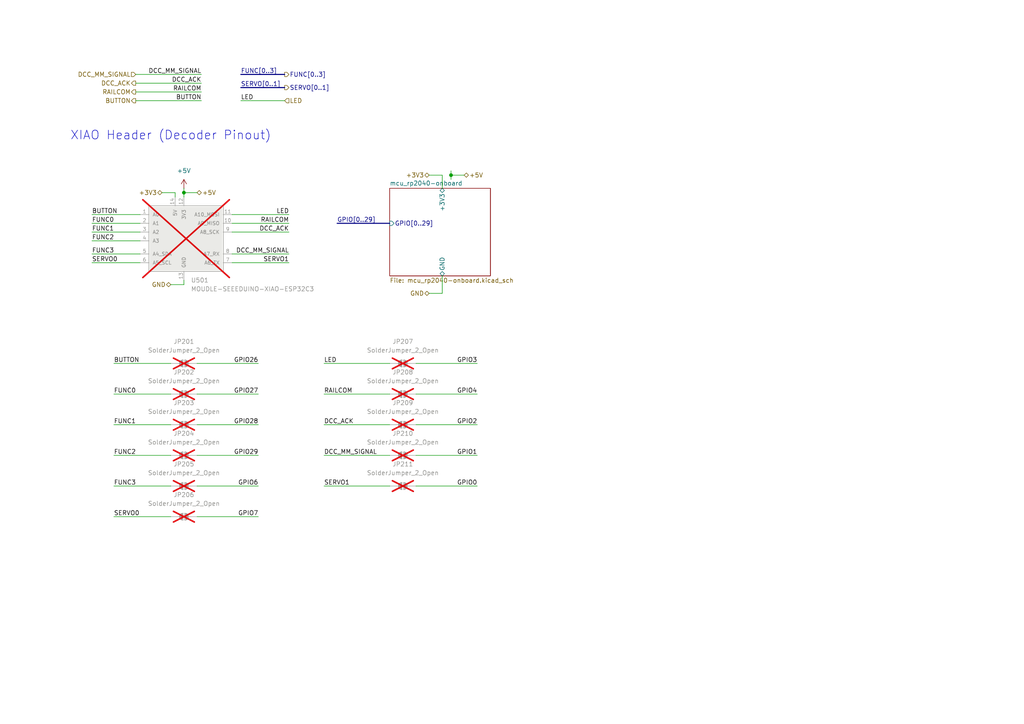
<source format=kicad_sch>
(kicad_sch (version 20231120) (generator "eeschema") (generator_version "8.0")
  (paper "A4")
  (title_block (title "xDuinoRail - LocDecoder - Development Kit") (date "2024-10-09") (rev "v0.2") (company "Chatelain Engineering, Bern - CH"))
  (lib_symbols
    (symbol "Jumper:SolderJumper_2_Open" (pin_numbers hide) (pin_names (offset 0) hide) (exclude_from_sim yes) (in_bom no)
      (property "Reference" "JP" (at 0 2.032 0))
      (property "Value" "SolderJumper_2_Open" (at 0 -2.54 0))
      (symbol "SolderJumper_2_Open_0_1"
        (arc (start -0.254 1.016) (mid -1.2656 0) (end -0.254 -1.016))
        (arc (start -0.254 1.016) (mid -1.2656 0) (end -0.254 -1.016) (fill (type outline)))
        (polyline (pts (xy -0.254 1.016) (xy -0.254 -1.016)))
        (polyline (pts (xy 0.254 1.016) (xy 0.254 -1.016)))
        (arc (start 0.254 -1.016) (mid 1.2656 0) (end 0.254 1.016))
        (arc (start 0.254 -1.016) (mid 1.2656 0) (end 0.254 1.016) (fill (type outline)))
      )
      (symbol "SolderJumper_2_Open_1_1"
        (pin passive line (at -3.81 0 0) (length 2.54) (name "A") (number "1"))
        (pin passive line (at 3.81 0 180) (length 2.54) (name "B") (number "2"))
      )
    )
    (symbol "MOUDLE-SEEEDUINO-XIAO-ESP32C3:MOUDLE-SEEEDUINO-XIAO-ESP32C3" (pin_names (offset 1.016))
      (property "Reference" "U" (at -21.59 15.24 0))
      (property "Value" "MOUDLE-SEEEDUINO-XIAO-ESP32C3" (at -21.59 12.954 0))
      (symbol "MOUDLE-SEEEDUINO-XIAO-ESP32C3_0_1"
        (rectangle (start -1.27 -5.08) (end -1.27 -5.08))
      )
      (symbol "MOUDLE-SEEEDUINO-XIAO-ESP32C3_1_0"
        (pin bidirectional line (at -24.13 10.16 0) (length 2.54) (name "A0") (number "1"))
        (pin bidirectional line (at 2.54 7.62 180) (length 2.54) (name "A9_MISO") (number "10"))
        (pin bidirectional line (at 2.54 10.16 180) (length 2.54) (name "A10_MOSI") (number "11"))
        (pin power_in line (at -11.43 15.24 270) (length 2.54) (name "3V3") (number "12"))
        (pin power_in line (at -11.43 -8.89 90) (length 2.54) (name "GND") (number "13"))
        (pin power_in line (at -13.97 15.24 270) (length 2.54) (name "5V") (number "14"))
        (pin bidirectional line (at -24.13 7.62 0) (length 2.54) (name "A1") (number "2"))
        (pin bidirectional line (at -24.13 5.08 0) (length 2.54) (name "A2") (number "3"))
        (pin bidirectional line (at -24.13 2.54 0) (length 2.54) (name "A3") (number "4"))
        (pin bidirectional line (at -24.13 -1.27 0) (length 2.54) (name "A4_SDA") (number "5"))
        (pin bidirectional line (at -24.13 -3.81 0) (length 2.54) (name "A5_SCL") (number "6"))
        (pin bidirectional line (at 2.54 -3.81 180) (length 2.54) (name "A6_TX") (number "7"))
        (pin bidirectional line (at 2.54 -1.27 180) (length 2.54) (name "A7_RX") (number "8"))
        (pin bidirectional line (at 2.54 5.08 180) (length 2.54) (name "A8_SCK") (number "9"))
      )
      (symbol "MOUDLE-SEEEDUINO-XIAO-ESP32C3_1_1"
        (rectangle (start -21.59 12.7) (end 0 -6.35) (fill (type background)))
      )
    )
    (symbol "power:+5V" (power) (pin_numbers hide) (pin_names (offset 0) hide)
      (property "Value" "+5V" (at 0 3.556 0))
      (symbol "+5V_0_1"
        (polyline (pts (xy -0.762 1.27) (xy 0 2.54)))
        (polyline (pts (xy 0 0) (xy 0 2.54)))
        (polyline (pts (xy 0 2.54) (xy 0.762 1.27)))
      )
      (symbol "+5V_1_1"
        (pin power_in line (at 0 0 90) (length 0) (name "~") (number "1"))
      )
    )
  )
  (bus_alias "I2C" (members "SDA" "SCL"))
  (junction (at 130.81 50.8))
  (junction (at 53.34 55.88))
  (wire (pts (xy 39.37 26.67) (xy 58.42 26.67)))
  (wire (pts (xy 39.37 29.21) (xy 58.42 29.21)))
  (wire (pts (xy 128.27 85.09) (xy 124.46 85.09)))
  (wire (pts (xy 120.65 132.08) (xy 138.43 132.08)))
  (wire (pts (xy 93.98 114.3) (xy 113.03 114.3)))
  (wire (pts (xy 130.81 52.07) (xy 130.81 50.8)))
  (wire (pts (xy 128.27 80.01) (xy 128.27 85.09)))
  (wire (pts (xy 120.65 114.3) (xy 138.43 114.3)))
  (wire (pts (xy 50.8 55.88) (xy 46.99 55.88)))
  (bus (pts (xy 69.85 21.59) (xy 82.55 21.59)))
  (wire (pts (xy 57.15 105.41) (xy 74.93 105.41)))
  (wire (pts (xy 26.67 73.66) (xy 40.64 73.66)))
  (wire (pts (xy 93.98 132.08) (xy 113.03 132.08)))
  (wire (pts (xy 53.34 55.88) (xy 57.15 55.88)))
  (wire (pts (xy 83.82 67.31) (xy 67.31 67.31)))
  (wire (pts (xy 130.81 50.8) (xy 134.62 50.8)))
  (wire (pts (xy 83.82 76.2) (xy 67.31 76.2)))
  (wire (pts (xy 26.67 64.77) (xy 40.64 64.77)))
  (wire (pts (xy 58.42 24.13) (xy 39.37 24.13)))
  (wire (pts (xy 53.34 82.55) (xy 49.53 82.55)))
  (wire (pts (xy 50.8 55.88) (xy 50.8 57.15)))
  (wire (pts (xy 33.02 105.41) (xy 49.53 105.41)))
  (wire (pts (xy 26.67 67.31) (xy 40.64 67.31)))
  (wire (pts (xy 93.98 105.41) (xy 113.03 105.41)))
  (wire (pts (xy 57.15 140.97) (xy 74.93 140.97)))
  (wire (pts (xy 53.34 81.28) (xy 53.34 82.55)))
  (wire (pts (xy 83.82 73.66) (xy 67.31 73.66)))
  (wire (pts (xy 57.15 114.3) (xy 74.93 114.3)))
  (wire (pts (xy 93.98 123.19) (xy 113.03 123.19)))
  (wire (pts (xy 53.34 54.61) (xy 53.34 55.88)))
  (wire (pts (xy 33.02 114.3) (xy 49.53 114.3)))
  (wire (pts (xy 128.27 50.8) (xy 124.46 50.8)))
  (bus (pts (xy 97.79 64.77) (xy 113.03 64.77)))
  (wire (pts (xy 26.67 76.2) (xy 40.64 76.2)))
  (wire (pts (xy 33.02 132.08) (xy 49.53 132.08)))
  (wire (pts (xy 93.98 140.97) (xy 113.03 140.97)))
  (wire (pts (xy 53.34 57.15) (xy 53.34 55.88)))
  (wire (pts (xy 57.15 132.08) (xy 74.93 132.08)))
  (wire (pts (xy 26.67 69.85) (xy 40.64 69.85)))
  (wire (pts (xy 57.15 123.19) (xy 74.93 123.19)))
  (wire (pts (xy 130.81 49.53) (xy 130.81 50.8)))
  (wire (pts (xy 69.85 29.21) (xy 82.55 29.21)))
  (wire (pts (xy 67.31 64.77) (xy 83.82 64.77)))
  (wire (pts (xy 40.64 62.23) (xy 26.67 62.23)))
  (wire (pts (xy 120.65 123.19) (xy 138.43 123.19)))
  (bus (pts (xy 69.85 25.4) (xy 82.55 25.4)))
  (wire (pts (xy 128.27 50.8) (xy 128.27 54.61)))
  (wire (pts (xy 83.82 62.23) (xy 67.31 62.23)))
  (wire (pts (xy 120.65 105.41) (xy 138.43 105.41)))
  (wire (pts (xy 57.15 149.86) (xy 74.93 149.86)))
  (wire (pts (xy 58.42 21.59) (xy 39.37 21.59)))
  (wire (pts (xy 33.02 123.19) (xy 49.53 123.19)))
  (wire (pts (xy 33.02 140.97) (xy 49.53 140.97)))
  (wire (pts (xy 120.65 140.97) (xy 138.43 140.97)))
  (wire (pts (xy 33.02 149.86) (xy 49.53 149.86)))
  (text "XIAO Header (Decoder Pinout)" (at 49.53 39.37 0) (effects (font (size 2.54 2.54))))
  (label "DCC_MM_SIGNAL" (at 83.82 73.66 180))
  (label "DCC_ACK" (at 93.98 123.19 0))
  (label "FUNC1" (at 26.67 67.31 0))
  (label "FUNC0" (at 26.67 64.77 0))
  (label "DCC_MM_SIGNAL" (at 93.98 132.08 0))
  (label "SERVO0" (at 33.02 149.86 0))
  (label "FUNC2" (at 26.67 69.85 0))
  (label "GPIO1" (at 138.43 132.08 180))
  (label "GPIO0" (at 138.43 140.97 180))
  (label "GPIO6" (at 74.93 140.97 180))
  (label "GPIO27" (at 74.93 114.3 180))
  (label "BUTTON" (at 58.42 29.21 180))
  (label "DCC_MM_SIGNAL" (at 58.42 21.59 180))
  (label "FUNC3" (at 26.67 73.66 0))
  (label "BUTTON" (at 26.67 62.23 0))
  (label "BUTTON" (at 33.02 105.41 0))
  (label "RAILCOM" (at 93.98 114.3 0))
  (label "DCC_ACK" (at 83.82 67.31 180))
  (label "GPIO3" (at 138.43 105.41 180))
  (label "FUNC[0..3]" (at 69.85 21.59 0))
  (label "GPIO4" (at 138.43 114.3 180))
  (label "GPIO26" (at 74.93 105.41 180))
  (label "FUNC1" (at 33.02 123.19 0))
  (label "SERVO0" (at 26.67 76.2 0))
  (label "LED" (at 83.82 62.23 180))
  (label "GPIO29" (at 74.93 132.08 180))
  (label "GPIO2" (at 138.43 123.19 180))
  (label "LED" (at 69.85 29.21 0))
  (label "SERVO1" (at 83.82 76.2 180))
  (label "GPIO28" (at 74.93 123.19 180))
  (label "DCC_ACK" (at 58.42 24.13 180))
  (label "GPIO[0..29]" (at 97.79 64.77 0))
  (label "FUNC3" (at 33.02 140.97 0))
  (label "RAILCOM" (at 58.42 26.67 180))
  (label "SERVO[0..1]" (at 69.85 25.4 0))
  (label "LED" (at 93.98 105.41 0))
  (label "SERVO1" (at 93.98 140.97 0))
  (label "FUNC2" (at 33.02 132.08 0))
  (label "RAILCOM" (at 83.82 64.77 180))
  (label "GPIO7" (at 74.93 149.86 180))
  (label "FUNC0" (at 33.02 114.3 0))
  (hierarchical_label "BUTTON" (shape output) (at 39.37 29.21 180))
  (hierarchical_label "DCC_ACK" (shape output) (at 39.37 24.13 180))
  (hierarchical_label "GND" (shape bidirectional) (at 49.53 82.55 180))
  (hierarchical_label "+5V" (shape bidirectional) (at 134.62 50.8 0))
  (hierarchical_label "SERVO[0..1]" (shape output) (at 82.55 25.4 0))
  (hierarchical_label "+3V3" (shape bidirectional) (at 46.99 55.88 180))
  (hierarchical_label "+3V3" (shape bidirectional) (at 124.46 50.8 180))
  (hierarchical_label "GND" (shape bidirectional) (at 124.46 85.09 180))
  (hierarchical_label "RAILCOM" (shape output) (at 39.37 26.67 180))
  (hierarchical_label "LED" (shape input) (at 82.55 29.21 0))
  (hierarchical_label "+5V" (shape bidirectional) (at 57.15 55.88 0))
  (hierarchical_label "DCC_MM_SIGNAL" (shape input) (at 39.37 21.59 180))
  (hierarchical_label "FUNC[0..3]" (shape output) (at 82.55 21.59 0))
  (symbol (lib_id "Jumper:SolderJumper_2_Open") (at 116.84 132.08 0) (unit 1) (exclude_from_sim yes) (in_bom no) (dnp yes)
    (property "Reference" "JP210" (at 116.84 125.73 0))
    (property "Value" "SolderJumper_2_Open" (at 116.84 128.27 0))
    (property "Footprint" "Jumper:SolderJumper-2_P1.3mm_Open_TrianglePad1.0x1.5mm" (effects (hide yes)))
    (property "Description" "Solder Jumper, 2-pole, open" (effects (hide yes)))
    (instances (project "acc-mcu-xiao-test" (path "" (reference "JP210") (unit 1))) (project "xDuinoRail-Accessory-Dev" (path "" (reference "JP1310") (unit 1))))
  )
  (symbol (lib_id "Jumper:SolderJumper_2_Open") (at 53.34 149.86 0) (unit 1) (exclude_from_sim yes) (in_bom no) (dnp yes)
    (property "Reference" "JP206" (at 53.34 143.51 0))
    (property "Value" "SolderJumper_2_Open" (at 53.34 146.05 0))
    (property "Footprint" "Jumper:SolderJumper-2_P1.3mm_Open_TrianglePad1.0x1.5mm" (effects (hide yes)))
    (property "Description" "Solder Jumper, 2-pole, open" (effects (hide yes)))
    (instances (project "acc-mcu-xiao-test" (path "" (reference "JP206") (unit 1))) (project "xDuinoRail-Accessory-Dev" (path "" (reference "JP1306") (unit 1))))
  )
  (symbol (lib_id "Jumper:SolderJumper_2_Open") (at 53.34 105.41 0) (unit 1) (exclude_from_sim yes) (in_bom no) (dnp yes)
    (property "Reference" "JP201" (at 53.34 99.06 0))
    (property "Value" "SolderJumper_2_Open" (at 53.34 101.6 0))
    (property "Footprint" "Jumper:SolderJumper-2_P1.3mm_Open_TrianglePad1.0x1.5mm" (effects (hide yes)))
    (property "Description" "Solder Jumper, 2-pole, open" (effects (hide yes)))
    (instances (project "" (path "" (reference "JP201") (unit 1))) (project "xDuinoRail-Accessory-Dev" (path "" (reference "JP1301") (unit 1))))
  )
  (symbol (lib_id "Jumper:SolderJumper_2_Open") (at 53.34 140.97 0) (unit 1) (exclude_from_sim yes) (in_bom no) (dnp yes)
    (property "Reference" "JP205" (at 53.34 134.62 0))
    (property "Value" "SolderJumper_2_Open" (at 53.34 137.16 0))
    (property "Footprint" "Jumper:SolderJumper-2_P1.3mm_Open_TrianglePad1.0x1.5mm" (effects (hide yes)))
    (property "Description" "Solder Jumper, 2-pole, open" (effects (hide yes)))
    (instances (project "acc-mcu-xiao-test" (path "" (reference "JP205") (unit 1))) (project "xDuinoRail-Accessory-Dev" (path "" (reference "JP1305") (unit 1))))
  )
  (symbol (lib_id "Jumper:SolderJumper_2_Open") (at 116.84 114.3 0) (unit 1) (exclude_from_sim yes) (in_bom no) (dnp yes)
    (property "Reference" "JP208" (at 116.84 107.95 0))
    (property "Value" "SolderJumper_2_Open" (at 116.84 110.49 0))
    (property "Footprint" "Jumper:SolderJumper-2_P1.3mm_Open_TrianglePad1.0x1.5mm" (effects (hide yes)))
    (property "Description" "Solder Jumper, 2-pole, open" (effects (hide yes)))
    (instances (project "acc-mcu-xiao-test" (path "" (reference "JP208") (unit 1))) (project "xDuinoRail-Accessory-Dev" (path "" (reference "JP1308") (unit 1))))
  )
  (symbol (lib_id "MOUDLE-SEEEDUINO-XIAO-ESP32C3:MOUDLE-SEEEDUINO-XIAO-ESP32C3") (at 64.77 72.39 0) (unit 1) (dnp yes)
    (property "Reference" "U501" (at 55.3594 81.28 0) (effects (justify left)))
    (property "Value" "MOUDLE-SEEEDUINO-XIAO-ESP32C3" (at 55.3594 83.82 0) (effects (justify left)))
    (property "Footprint" "xDuinoRail:XIAO_THT_SMD" (effects (hide yes)))
    (instances (project "xDuinoRail-Backplane-Arduino-Light" (path "" (reference "U501") (unit 1))) (project "loco-mcu-xiao-test" (path "" (reference "U201") (unit 1))) (project "xDuinoRail-Turnout" (path "" (reference "U501") (unit 1))) (project "xDuinoRail-Backplane-Arduino-Light" (path "" (reference "U401") (unit 1)) (path "" (reference "U1301") (unit 1))))
  )
  (symbol (lib_id "Jumper:SolderJumper_2_Open") (at 116.84 140.97 0) (unit 1) (exclude_from_sim yes) (in_bom no) (dnp yes)
    (property "Reference" "JP211" (at 116.84 134.62 0))
    (property "Value" "SolderJumper_2_Open" (at 116.84 137.16 0))
    (property "Footprint" "Jumper:SolderJumper-2_P1.3mm_Open_TrianglePad1.0x1.5mm" (effects (hide yes)))
    (property "Description" "Solder Jumper, 2-pole, open" (effects (hide yes)))
    (instances (project "acc-mcu-xiao-test" (path "" (reference "JP211") (unit 1))) (project "xDuinoRail-Accessory-Dev" (path "" (reference "JP1311") (unit 1))))
  )
  (symbol (lib_id "Jumper:SolderJumper_2_Open") (at 53.34 132.08 0) (unit 1) (exclude_from_sim yes) (in_bom no) (dnp yes)
    (property "Reference" "JP204" (at 53.34 125.73 0))
    (property "Value" "SolderJumper_2_Open" (at 53.34 128.27 0))
    (property "Footprint" "Jumper:SolderJumper-2_P1.3mm_Open_TrianglePad1.0x1.5mm" (effects (hide yes)))
    (property "Description" "Solder Jumper, 2-pole, open" (effects (hide yes)))
    (instances (project "acc-mcu-xiao-test" (path "" (reference "JP204") (unit 1))) (project "xDuinoRail-Accessory-Dev" (path "" (reference "JP1304") (unit 1))))
  )
  (symbol (lib_id "Jumper:SolderJumper_2_Open") (at 116.84 105.41 0) (unit 1) (exclude_from_sim yes) (in_bom no) (dnp yes)
    (property "Reference" "JP207" (at 116.84 99.06 0))
    (property "Value" "SolderJumper_2_Open" (at 116.84 101.6 0))
    (property "Footprint" "Jumper:SolderJumper-2_P1.3mm_Open_TrianglePad1.0x1.5mm" (effects (hide yes)))
    (property "Description" "Solder Jumper, 2-pole, open" (effects (hide yes)))
    (instances (project "acc-mcu-xiao-test" (path "" (reference "JP207") (unit 1))) (project "xDuinoRail-Accessory-Dev" (path "" (reference "JP1307") (unit 1))))
  )
  (symbol (lib_id "power:+5V") (at 53.34 54.61 0) (unit 1)
    (property "Reference" "#PWR0504" (effects (hide yes)))
    (property "Value" "+5V" (at 53.34 49.53 0))
    (property "Description" "Power symbol creates a global label with name \"+5V\"" (effects (hide yes)))
    (instances (project "xDuinoRail-Backplane-Arduino-Light" (path "" (reference "#PWR0504") (unit 1))) (project "loco-mcu-xiao-test" (path "" (reference "#PWR0202") (unit 1))) (project "xDuinoRail-Turnout" (path "" (reference "#PWR0504") (unit 1))) (project "xDuinoRail-Backplane-Arduino-Light" (path "" (reference "#PWR0402") (unit 1)) (path "" (reference "#PWR01302") (unit 1))))
  )
  (symbol (lib_id "Jumper:SolderJumper_2_Open") (at 53.34 114.3 0) (unit 1) (exclude_from_sim yes) (in_bom no) (dnp yes)
    (property "Reference" "JP202" (at 53.34 107.95 0))
    (property "Value" "SolderJumper_2_Open" (at 53.34 110.49 0))
    (property "Footprint" "Jumper:SolderJumper-2_P1.3mm_Open_TrianglePad1.0x1.5mm" (effects (hide yes)))
    (property "Description" "Solder Jumper, 2-pole, open" (effects (hide yes)))
    (instances (project "acc-mcu-xiao-test" (path "" (reference "JP202") (unit 1))) (project "xDuinoRail-Accessory-Dev" (path "" (reference "JP1302") (unit 1))))
  )
  (symbol (lib_id "Jumper:SolderJumper_2_Open") (at 116.84 123.19 0) (unit 1) (exclude_from_sim yes) (in_bom no) (dnp yes)
    (property "Reference" "JP209" (at 116.84 116.84 0))
    (property "Value" "SolderJumper_2_Open" (at 116.84 119.38 0))
    (property "Footprint" "Jumper:SolderJumper-2_P1.3mm_Open_TrianglePad1.0x1.5mm" (effects (hide yes)))
    (property "Description" "Solder Jumper, 2-pole, open" (effects (hide yes)))
    (instances (project "acc-mcu-xiao-test" (path "" (reference "JP209") (unit 1))) (project "xDuinoRail-Accessory-Dev" (path "" (reference "JP1309") (unit 1))))
  )
  (symbol (lib_id "Jumper:SolderJumper_2_Open") (at 53.34 123.19 0) (unit 1) (exclude_from_sim yes) (in_bom no) (dnp yes)
    (property "Reference" "JP203" (at 53.34 116.84 0))
    (property "Value" "SolderJumper_2_Open" (at 53.34 119.38 0))
    (property "Footprint" "Jumper:SolderJumper-2_P1.3mm_Open_TrianglePad1.0x1.5mm" (effects (hide yes)))
    (property "Description" "Solder Jumper, 2-pole, open" (effects (hide yes)))
    (instances (project "acc-mcu-xiao-test" (path "" (reference "JP203") (unit 1))) (project "xDuinoRail-Accessory-Dev" (path "" (reference "JP1303") (unit 1))))
  )
  (sheet (at 113.03 54.61) (size 29.21 25.4) (stroke (width 0.1524))
    (property "Sheetname" "mcu_rp2040-onboard" (at 113.03 53.8984 0) (effects (justify left bottom)))
    (property "Sheetfile" "mcu_rp2040-onboard.kicad_sch" (at 113.03 80.5946 0) (effects (justify left top)))
    (pin "GND" bidirectional (at 128.27 80.01 270))
    (pin "GPIO[0..29]" input (at 113.03 64.77 180))
    (pin "+3V3" bidirectional (at 128.27 54.61 90))
  )
)
</source>
